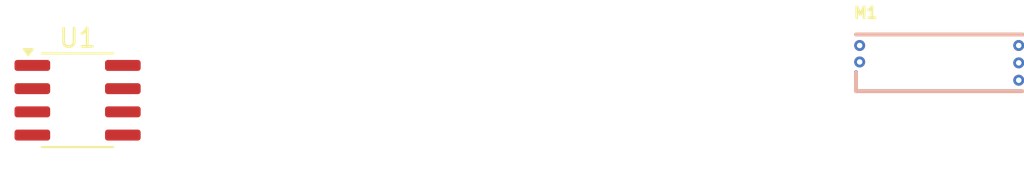
<source format=kicad_pcb>
(kicad_pcb (version 20240108) (generator "pcbnew") (generator_version "8.0")
  (layers (0 "F.Cu" signal) (31 "B.Cu" signal) (34 "B.Paste" user) (35 "F.Paste" user) (36 "B.SilkS" user "B.Silkscreen") (37 "F.SilkS" user "F.Silkscreen") (38 "B.Mask" user) (39 "F.Mask" user) (44 "Edge.Cuts" user))
  (net 0 "")
  (footprint "hellen-one-knock-0.2:knock" (layer "F.Cu") (at 184.5 80.200002)
    (property "Reference" "M1" (at -0.0998 -4.0382 0) (layer "F.SilkS") (effects (font (size 0.6 0.6) (thickness 0.254)) (justify left bottom)))
    (property "Value" "Module-knock-0.2" (hide yes))
    (fp_line (start 0.1 -3.200003) (end 9.2 -3.200003) (stroke (width 0.2)) (layer "B.SilkS"))
    (fp_line (start 0.1 -0.1) (end 0.1 -1.100002) (stroke (width 0.2)) (layer "B.SilkS"))
    (fp_line (start 0.1 -0.1) (end 9.2 -0.1) (stroke (width 0.2)) (layer "B.SilkS"))
    (fp_line (start 0.1 -3.200003) (end 9.2 -3.200003) (stroke (width 0.2)) (layer "F.SilkS"))
    (fp_line (start 0.1 -0.1) (end 0.1 -1.100002) (stroke (width 0.2)) (layer "F.SilkS"))
    (fp_line (start 0.1 -0.1) (end 9.2 -0.1) (stroke (width 0.2)) (layer "F.SilkS"))
    (pad "E1" thru_hole circle (at 9 -2.6 180) (size 0.6 0.6) (drill 0.3) (layers "*.Cu" "*.Mask" "In1.Cu" "In2.Cu" "In3.Cu" "In4.Cu" "In5.Cu" "In6.Cu" "In7.Cu" "In8.Cu" "In9.Cu" "In10.Cu" "In11.Cu" "In12.Cu" "In13.Cu" "In14.Cu" "In15.Cu" "In16.Cu" "In17.Cu" "In18.Cu" "In19.Cu" "In20.Cu" "In21.Cu" "In22.Cu" "In23.Cu" "In24.Cu" "In25.Cu" "In26.Cu" "In27.Cu" "In28.Cu" "In29.Cu" "In30.Cu"))
    (pad "E2" smd oval (at 0.1 -0.625 180) (size 0.2 1.225) (layers "F.Cu" "F.Paste" "F.Mask"))
    (pad "E2" smd oval (at 0.1 -0.625 180) (size 0.2 1.225) (layers "B.Cu" "B.Paste" "B.Mask"))
    (pad "E2" smd oval (at 4.65 -3.2 90) (size 0.2 9.3) (layers "F.Cu" "F.Paste" "F.Mask"))
    (pad "E2" smd oval (at 4.65 -3.2 90) (size 0.2 9.3) (layers "B.Cu" "B.Paste" "B.Mask"))
    (pad "E2" smd oval (at 4.65 -0.1 270) (size 0.2 9.3) (layers "F.Cu" "F.Paste" "F.Mask"))
    (pad "E2" smd oval (at 4.65 -0.1 270) (size 0.2 9.3) (layers "B.Cu" "B.Paste" "B.Mask"))
    (pad "E2" thru_hole circle (at 9 -1.65 180) (size 0.6 0.6) (drill 0.3) (layers "*.Cu" "*.Mask" "In1.Cu" "In2.Cu" "In3.Cu" "In4.Cu" "In5.Cu" "In6.Cu" "In7.Cu" "In8.Cu" "In9.Cu" "In10.Cu" "In11.Cu" "In12.Cu" "In13.Cu" "In14.Cu" "In15.Cu" "In16.Cu" "In17.Cu" "In18.Cu" "In19.Cu" "In20.Cu" "In21.Cu" "In22.Cu" "In23.Cu" "In24.Cu" "In25.Cu" "In26.Cu" "In27.Cu" "In28.Cu" "In29.Cu" "In30.Cu"))
    (pad "E3" thru_hole circle (at 9 -0.700002 180) (size 0.6 0.6) (drill 0.3) (layers "*.Cu" "*.Mask" "In1.Cu" "In2.Cu" "In3.Cu" "In4.Cu" "In5.Cu" "In6.Cu" "In7.Cu" "In8.Cu" "In9.Cu" "In10.Cu" "In11.Cu" "In12.Cu" "In13.Cu" "In14.Cu" "In15.Cu" "In16.Cu" "In17.Cu" "In18.Cu" "In19.Cu" "In20.Cu" "In21.Cu" "In22.Cu" "In23.Cu" "In24.Cu" "In25.Cu" "In26.Cu" "In27.Cu" "In28.Cu" "In29.Cu" "In30.Cu"))
    (pad "W1" thru_hole circle (at 0.3 -1.7) (size 0.6 0.6) (drill 0.3) (layers "*.Cu" "*.Mask" "In1.Cu" "In2.Cu" "In3.Cu" "In4.Cu" "In5.Cu" "In6.Cu" "In7.Cu" "In8.Cu" "In9.Cu" "In10.Cu" "In11.Cu" "In12.Cu" "In13.Cu" "In14.Cu" "In15.Cu" "In16.Cu" "In17.Cu" "In18.Cu" "In19.Cu" "In20.Cu" "In21.Cu" "In22.Cu" "In23.Cu" "In24.Cu" "In25.Cu" "In26.Cu" "In27.Cu" "In28.Cu" "In29.Cu" "In30.Cu"))
    (pad "W2" thru_hole circle (at 0.3 -2.6) (size 0.6 0.6) (drill 0.3) (layers "*.Cu" "*.Mask" "In1.Cu" "In2.Cu" "In3.Cu" "In4.Cu" "In5.Cu" "In6.Cu" "In7.Cu" "In8.Cu" "In9.Cu" "In10.Cu" "In11.Cu" "In12.Cu" "In13.Cu" "In14.Cu" "In15.Cu" "In16.Cu" "In17.Cu" "In18.Cu" "In19.Cu" "In20.Cu" "In21.Cu" "In22.Cu" "In23.Cu" "In24.Cu" "In25.Cu" "In26.Cu" "In27.Cu" "In28.Cu" "In29.Cu" "In30.Cu"))
  )
  (footprint "Package_SO:SOIC-8_3.9x4.9mm_P1.27mm" (layer "F.Cu") (at 142.025 80.595)
    (property "Reference" "U1" (at 0 -3.4 0) (layer "F.SilkS"))
    (property "Value" "ICM7555xB")
    (fp_line (start 0 -2.56) (end -1.95 -2.56) (stroke (width 0.12)) (layer "F.SilkS"))
    (fp_line (start 0 -2.56) (end 1.95 -2.56) (stroke (width 0.12)) (layer "F.SilkS"))
    (fp_line (start 0 2.56) (end -1.95 2.56) (stroke (width 0.12)) (layer "F.SilkS"))
    (fp_line (start 0 2.56) (end 1.95 2.56) (stroke (width 0.12)) (layer "F.SilkS"))
    (fp_poly (pts (xy -2.7 -2.465) (xy -2.94 -2.795) (xy -2.46 -2.795) (xy -2.7 -2.465)) (stroke (width 0.12)) (fill solid) (layer "F.SilkS"))
    (pad "1" smd roundrect (at -2.475 -1.905) (size 1.95 0.6) (layers "F.Cu" "F.Paste" "F.Mask"))
    (pad "2" smd roundrect (at -2.475 -0.635) (size 1.95 0.6) (layers "F.Cu" "F.Paste" "F.Mask"))
    (pad "3" smd roundrect (at -2.475 0.635) (size 1.95 0.6) (layers "F.Cu" "F.Paste" "F.Mask"))
    (pad "4" smd roundrect (at -2.475 1.905) (size 1.95 0.6) (layers "F.Cu" "F.Paste" "F.Mask"))
    (pad "5" smd roundrect (at 2.475 1.905) (size 1.95 0.6) (layers "F.Cu" "F.Paste" "F.Mask"))
    (pad "6" smd roundrect (at 2.475 0.635) (size 1.95 0.6) (layers "F.Cu" "F.Paste" "F.Mask"))
    (pad "7" smd roundrect (at 2.475 -0.635) (size 1.95 0.6) (layers "F.Cu" "F.Paste" "F.Mask"))
    (pad "8" smd roundrect (at 2.475 -1.905) (size 1.95 0.6) (layers "F.Cu" "F.Paste" "F.Mask"))
  )
)
</source>
